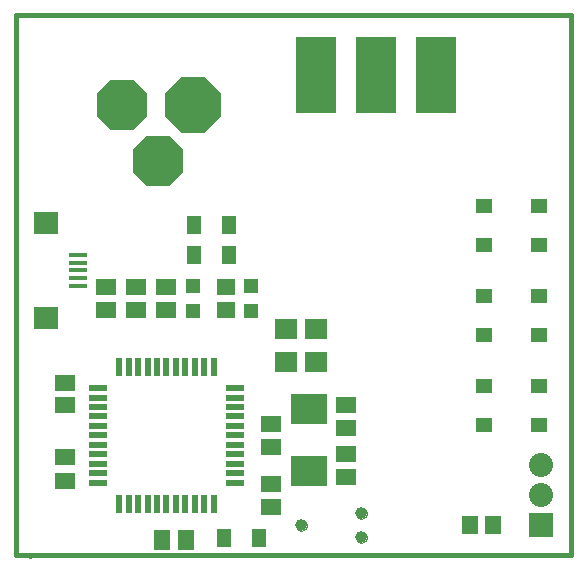
<source format=gts>
G75*
%MOIN*%
%OFA0B0*%
%FSLAX25Y25*%
%IPPOS*%
%LPD*%
%AMOC8*
5,1,8,0,0,1.08239X$1,22.5*
%
%ADD10C,0.00000*%
%ADD11C,0.01600*%
%ADD12R,0.06699X0.05518*%
%ADD13R,0.02369X0.06306*%
%ADD14R,0.06306X0.02369*%
%ADD15R,0.05518X0.06699*%
%ADD16R,0.12211X0.10243*%
%ADD17R,0.05912X0.01778*%
%ADD18R,0.07880X0.07487*%
%ADD19OC8,0.18573*%
%ADD20OC8,0.16998*%
%ADD21R,0.05518X0.05124*%
%ADD22R,0.08000X0.08000*%
%ADD23C,0.08000*%
%ADD24R,0.05518X0.06306*%
%ADD25R,0.13200X0.25800*%
%ADD26C,0.03900*%
%ADD27R,0.07487X0.06699*%
%ADD28R,0.05124X0.05912*%
%ADD29R,0.05124X0.05124*%
%ADD30R,0.06306X0.05518*%
%ADD31C,0.09770*%
D10*
X0005500Y0003008D02*
X0010500Y0002008D01*
X0098750Y0013008D02*
X0098752Y0013091D01*
X0098758Y0013174D01*
X0098768Y0013257D01*
X0098782Y0013339D01*
X0098799Y0013421D01*
X0098821Y0013501D01*
X0098846Y0013580D01*
X0098875Y0013658D01*
X0098908Y0013735D01*
X0098945Y0013810D01*
X0098984Y0013883D01*
X0099028Y0013954D01*
X0099074Y0014023D01*
X0099124Y0014090D01*
X0099177Y0014154D01*
X0099233Y0014216D01*
X0099292Y0014275D01*
X0099354Y0014331D01*
X0099418Y0014384D01*
X0099485Y0014434D01*
X0099554Y0014480D01*
X0099625Y0014524D01*
X0099698Y0014563D01*
X0099773Y0014600D01*
X0099850Y0014633D01*
X0099928Y0014662D01*
X0100007Y0014687D01*
X0100087Y0014709D01*
X0100169Y0014726D01*
X0100251Y0014740D01*
X0100334Y0014750D01*
X0100417Y0014756D01*
X0100500Y0014758D01*
X0100583Y0014756D01*
X0100666Y0014750D01*
X0100749Y0014740D01*
X0100831Y0014726D01*
X0100913Y0014709D01*
X0100993Y0014687D01*
X0101072Y0014662D01*
X0101150Y0014633D01*
X0101227Y0014600D01*
X0101302Y0014563D01*
X0101375Y0014524D01*
X0101446Y0014480D01*
X0101515Y0014434D01*
X0101582Y0014384D01*
X0101646Y0014331D01*
X0101708Y0014275D01*
X0101767Y0014216D01*
X0101823Y0014154D01*
X0101876Y0014090D01*
X0101926Y0014023D01*
X0101972Y0013954D01*
X0102016Y0013883D01*
X0102055Y0013810D01*
X0102092Y0013735D01*
X0102125Y0013658D01*
X0102154Y0013580D01*
X0102179Y0013501D01*
X0102201Y0013421D01*
X0102218Y0013339D01*
X0102232Y0013257D01*
X0102242Y0013174D01*
X0102248Y0013091D01*
X0102250Y0013008D01*
X0102248Y0012925D01*
X0102242Y0012842D01*
X0102232Y0012759D01*
X0102218Y0012677D01*
X0102201Y0012595D01*
X0102179Y0012515D01*
X0102154Y0012436D01*
X0102125Y0012358D01*
X0102092Y0012281D01*
X0102055Y0012206D01*
X0102016Y0012133D01*
X0101972Y0012062D01*
X0101926Y0011993D01*
X0101876Y0011926D01*
X0101823Y0011862D01*
X0101767Y0011800D01*
X0101708Y0011741D01*
X0101646Y0011685D01*
X0101582Y0011632D01*
X0101515Y0011582D01*
X0101446Y0011536D01*
X0101375Y0011492D01*
X0101302Y0011453D01*
X0101227Y0011416D01*
X0101150Y0011383D01*
X0101072Y0011354D01*
X0100993Y0011329D01*
X0100913Y0011307D01*
X0100831Y0011290D01*
X0100749Y0011276D01*
X0100666Y0011266D01*
X0100583Y0011260D01*
X0100500Y0011258D01*
X0100417Y0011260D01*
X0100334Y0011266D01*
X0100251Y0011276D01*
X0100169Y0011290D01*
X0100087Y0011307D01*
X0100007Y0011329D01*
X0099928Y0011354D01*
X0099850Y0011383D01*
X0099773Y0011416D01*
X0099698Y0011453D01*
X0099625Y0011492D01*
X0099554Y0011536D01*
X0099485Y0011582D01*
X0099418Y0011632D01*
X0099354Y0011685D01*
X0099292Y0011741D01*
X0099233Y0011800D01*
X0099177Y0011862D01*
X0099124Y0011926D01*
X0099074Y0011993D01*
X0099028Y0012062D01*
X0098984Y0012133D01*
X0098945Y0012206D01*
X0098908Y0012281D01*
X0098875Y0012358D01*
X0098846Y0012436D01*
X0098821Y0012515D01*
X0098799Y0012595D01*
X0098782Y0012677D01*
X0098768Y0012759D01*
X0098758Y0012842D01*
X0098752Y0012925D01*
X0098750Y0013008D01*
X0118750Y0009008D02*
X0118752Y0009091D01*
X0118758Y0009174D01*
X0118768Y0009257D01*
X0118782Y0009339D01*
X0118799Y0009421D01*
X0118821Y0009501D01*
X0118846Y0009580D01*
X0118875Y0009658D01*
X0118908Y0009735D01*
X0118945Y0009810D01*
X0118984Y0009883D01*
X0119028Y0009954D01*
X0119074Y0010023D01*
X0119124Y0010090D01*
X0119177Y0010154D01*
X0119233Y0010216D01*
X0119292Y0010275D01*
X0119354Y0010331D01*
X0119418Y0010384D01*
X0119485Y0010434D01*
X0119554Y0010480D01*
X0119625Y0010524D01*
X0119698Y0010563D01*
X0119773Y0010600D01*
X0119850Y0010633D01*
X0119928Y0010662D01*
X0120007Y0010687D01*
X0120087Y0010709D01*
X0120169Y0010726D01*
X0120251Y0010740D01*
X0120334Y0010750D01*
X0120417Y0010756D01*
X0120500Y0010758D01*
X0120583Y0010756D01*
X0120666Y0010750D01*
X0120749Y0010740D01*
X0120831Y0010726D01*
X0120913Y0010709D01*
X0120993Y0010687D01*
X0121072Y0010662D01*
X0121150Y0010633D01*
X0121227Y0010600D01*
X0121302Y0010563D01*
X0121375Y0010524D01*
X0121446Y0010480D01*
X0121515Y0010434D01*
X0121582Y0010384D01*
X0121646Y0010331D01*
X0121708Y0010275D01*
X0121767Y0010216D01*
X0121823Y0010154D01*
X0121876Y0010090D01*
X0121926Y0010023D01*
X0121972Y0009954D01*
X0122016Y0009883D01*
X0122055Y0009810D01*
X0122092Y0009735D01*
X0122125Y0009658D01*
X0122154Y0009580D01*
X0122179Y0009501D01*
X0122201Y0009421D01*
X0122218Y0009339D01*
X0122232Y0009257D01*
X0122242Y0009174D01*
X0122248Y0009091D01*
X0122250Y0009008D01*
X0122248Y0008925D01*
X0122242Y0008842D01*
X0122232Y0008759D01*
X0122218Y0008677D01*
X0122201Y0008595D01*
X0122179Y0008515D01*
X0122154Y0008436D01*
X0122125Y0008358D01*
X0122092Y0008281D01*
X0122055Y0008206D01*
X0122016Y0008133D01*
X0121972Y0008062D01*
X0121926Y0007993D01*
X0121876Y0007926D01*
X0121823Y0007862D01*
X0121767Y0007800D01*
X0121708Y0007741D01*
X0121646Y0007685D01*
X0121582Y0007632D01*
X0121515Y0007582D01*
X0121446Y0007536D01*
X0121375Y0007492D01*
X0121302Y0007453D01*
X0121227Y0007416D01*
X0121150Y0007383D01*
X0121072Y0007354D01*
X0120993Y0007329D01*
X0120913Y0007307D01*
X0120831Y0007290D01*
X0120749Y0007276D01*
X0120666Y0007266D01*
X0120583Y0007260D01*
X0120500Y0007258D01*
X0120417Y0007260D01*
X0120334Y0007266D01*
X0120251Y0007276D01*
X0120169Y0007290D01*
X0120087Y0007307D01*
X0120007Y0007329D01*
X0119928Y0007354D01*
X0119850Y0007383D01*
X0119773Y0007416D01*
X0119698Y0007453D01*
X0119625Y0007492D01*
X0119554Y0007536D01*
X0119485Y0007582D01*
X0119418Y0007632D01*
X0119354Y0007685D01*
X0119292Y0007741D01*
X0119233Y0007800D01*
X0119177Y0007862D01*
X0119124Y0007926D01*
X0119074Y0007993D01*
X0119028Y0008062D01*
X0118984Y0008133D01*
X0118945Y0008206D01*
X0118908Y0008281D01*
X0118875Y0008358D01*
X0118846Y0008436D01*
X0118821Y0008515D01*
X0118799Y0008595D01*
X0118782Y0008677D01*
X0118768Y0008759D01*
X0118758Y0008842D01*
X0118752Y0008925D01*
X0118750Y0009008D01*
X0118750Y0017008D02*
X0118752Y0017091D01*
X0118758Y0017174D01*
X0118768Y0017257D01*
X0118782Y0017339D01*
X0118799Y0017421D01*
X0118821Y0017501D01*
X0118846Y0017580D01*
X0118875Y0017658D01*
X0118908Y0017735D01*
X0118945Y0017810D01*
X0118984Y0017883D01*
X0119028Y0017954D01*
X0119074Y0018023D01*
X0119124Y0018090D01*
X0119177Y0018154D01*
X0119233Y0018216D01*
X0119292Y0018275D01*
X0119354Y0018331D01*
X0119418Y0018384D01*
X0119485Y0018434D01*
X0119554Y0018480D01*
X0119625Y0018524D01*
X0119698Y0018563D01*
X0119773Y0018600D01*
X0119850Y0018633D01*
X0119928Y0018662D01*
X0120007Y0018687D01*
X0120087Y0018709D01*
X0120169Y0018726D01*
X0120251Y0018740D01*
X0120334Y0018750D01*
X0120417Y0018756D01*
X0120500Y0018758D01*
X0120583Y0018756D01*
X0120666Y0018750D01*
X0120749Y0018740D01*
X0120831Y0018726D01*
X0120913Y0018709D01*
X0120993Y0018687D01*
X0121072Y0018662D01*
X0121150Y0018633D01*
X0121227Y0018600D01*
X0121302Y0018563D01*
X0121375Y0018524D01*
X0121446Y0018480D01*
X0121515Y0018434D01*
X0121582Y0018384D01*
X0121646Y0018331D01*
X0121708Y0018275D01*
X0121767Y0018216D01*
X0121823Y0018154D01*
X0121876Y0018090D01*
X0121926Y0018023D01*
X0121972Y0017954D01*
X0122016Y0017883D01*
X0122055Y0017810D01*
X0122092Y0017735D01*
X0122125Y0017658D01*
X0122154Y0017580D01*
X0122179Y0017501D01*
X0122201Y0017421D01*
X0122218Y0017339D01*
X0122232Y0017257D01*
X0122242Y0017174D01*
X0122248Y0017091D01*
X0122250Y0017008D01*
X0122248Y0016925D01*
X0122242Y0016842D01*
X0122232Y0016759D01*
X0122218Y0016677D01*
X0122201Y0016595D01*
X0122179Y0016515D01*
X0122154Y0016436D01*
X0122125Y0016358D01*
X0122092Y0016281D01*
X0122055Y0016206D01*
X0122016Y0016133D01*
X0121972Y0016062D01*
X0121926Y0015993D01*
X0121876Y0015926D01*
X0121823Y0015862D01*
X0121767Y0015800D01*
X0121708Y0015741D01*
X0121646Y0015685D01*
X0121582Y0015632D01*
X0121515Y0015582D01*
X0121446Y0015536D01*
X0121375Y0015492D01*
X0121302Y0015453D01*
X0121227Y0015416D01*
X0121150Y0015383D01*
X0121072Y0015354D01*
X0120993Y0015329D01*
X0120913Y0015307D01*
X0120831Y0015290D01*
X0120749Y0015276D01*
X0120666Y0015266D01*
X0120583Y0015260D01*
X0120500Y0015258D01*
X0120417Y0015260D01*
X0120334Y0015266D01*
X0120251Y0015276D01*
X0120169Y0015290D01*
X0120087Y0015307D01*
X0120007Y0015329D01*
X0119928Y0015354D01*
X0119850Y0015383D01*
X0119773Y0015416D01*
X0119698Y0015453D01*
X0119625Y0015492D01*
X0119554Y0015536D01*
X0119485Y0015582D01*
X0119418Y0015632D01*
X0119354Y0015685D01*
X0119292Y0015741D01*
X0119233Y0015800D01*
X0119177Y0015862D01*
X0119124Y0015926D01*
X0119074Y0015993D01*
X0119028Y0016062D01*
X0118984Y0016133D01*
X0118945Y0016206D01*
X0118908Y0016281D01*
X0118875Y0016358D01*
X0118846Y0016436D01*
X0118821Y0016515D01*
X0118799Y0016595D01*
X0118782Y0016677D01*
X0118768Y0016759D01*
X0118758Y0016842D01*
X0118752Y0016925D01*
X0118750Y0017008D01*
D11*
X0005500Y0003008D02*
X0005500Y0183008D01*
X0190500Y0183008D01*
X0190500Y0003008D01*
X0005500Y0003008D01*
D12*
X0021750Y0027821D03*
X0021750Y0035695D03*
X0021750Y0053018D03*
X0021750Y0060498D03*
X0035500Y0084893D03*
X0045500Y0084893D03*
X0045500Y0092373D03*
X0035500Y0092373D03*
X0055500Y0092373D03*
X0055500Y0084893D03*
X0090500Y0046748D03*
X0090500Y0039268D03*
X0090500Y0026748D03*
X0090500Y0019268D03*
X0115500Y0029071D03*
X0115500Y0036945D03*
X0115500Y0045321D03*
X0115500Y0053195D03*
D13*
X0071248Y0065843D03*
X0068098Y0065843D03*
X0064949Y0065843D03*
X0061799Y0065843D03*
X0058650Y0065843D03*
X0055500Y0065843D03*
X0052350Y0065843D03*
X0049201Y0065843D03*
X0046051Y0065843D03*
X0042902Y0065843D03*
X0039752Y0065843D03*
X0039752Y0020174D03*
X0042902Y0020174D03*
X0046051Y0020174D03*
X0049201Y0020174D03*
X0052350Y0020174D03*
X0055500Y0020174D03*
X0058650Y0020174D03*
X0061799Y0020174D03*
X0064949Y0020174D03*
X0068098Y0020174D03*
X0071248Y0020174D03*
D14*
X0078335Y0027260D03*
X0078335Y0030410D03*
X0078335Y0033560D03*
X0078335Y0036709D03*
X0078335Y0039859D03*
X0078335Y0043008D03*
X0078335Y0046158D03*
X0078335Y0049308D03*
X0078335Y0052457D03*
X0078335Y0055607D03*
X0078335Y0058756D03*
X0032665Y0058756D03*
X0032665Y0055607D03*
X0032665Y0052457D03*
X0032665Y0049308D03*
X0032665Y0046158D03*
X0032665Y0043008D03*
X0032665Y0039859D03*
X0032665Y0036709D03*
X0032665Y0033560D03*
X0032665Y0030410D03*
X0032665Y0027260D03*
D15*
X0054063Y0008008D03*
X0061937Y0008008D03*
D16*
X0103000Y0031266D03*
X0103000Y0051857D03*
D17*
X0025933Y0092890D03*
X0025933Y0095449D03*
X0025933Y0098008D03*
X0025933Y0100567D03*
X0025933Y0103126D03*
D18*
X0015500Y0113756D03*
X0015500Y0082260D03*
D19*
X0064437Y0153008D03*
D20*
X0040815Y0153008D03*
X0052626Y0134504D03*
D21*
X0161248Y0119504D03*
X0161248Y0106512D03*
X0179752Y0106512D03*
X0179752Y0119504D03*
X0179752Y0089504D03*
X0179752Y0076512D03*
X0161248Y0076512D03*
X0161248Y0089504D03*
X0161248Y0059504D03*
X0161248Y0046512D03*
X0179752Y0046512D03*
X0179752Y0059504D03*
D22*
X0180500Y0013008D03*
D23*
X0180500Y0023008D03*
X0180500Y0033008D03*
D24*
X0164240Y0013008D03*
X0156760Y0013008D03*
D25*
X0145500Y0163008D03*
X0125500Y0163008D03*
X0105500Y0163008D03*
D26*
X0120500Y0017008D03*
X0120500Y0009008D03*
X0100500Y0013008D03*
D27*
X0095500Y0067497D03*
X0105500Y0067497D03*
X0105500Y0078520D03*
X0095500Y0078520D03*
D28*
X0076406Y0103008D03*
X0064594Y0103008D03*
X0064594Y0113008D03*
X0076406Y0113008D03*
X0074594Y0008633D03*
X0086406Y0008633D03*
D29*
X0083625Y0084499D03*
X0083625Y0092767D03*
X0064250Y0092767D03*
X0064250Y0084499D03*
D30*
X0075500Y0084893D03*
X0075500Y0092373D03*
D31*
X0105815Y0160095D02*
X0105815Y0169465D01*
X0125500Y0169465D02*
X0125500Y0160095D01*
X0145185Y0160095D02*
X0145185Y0169465D01*
M02*

</source>
